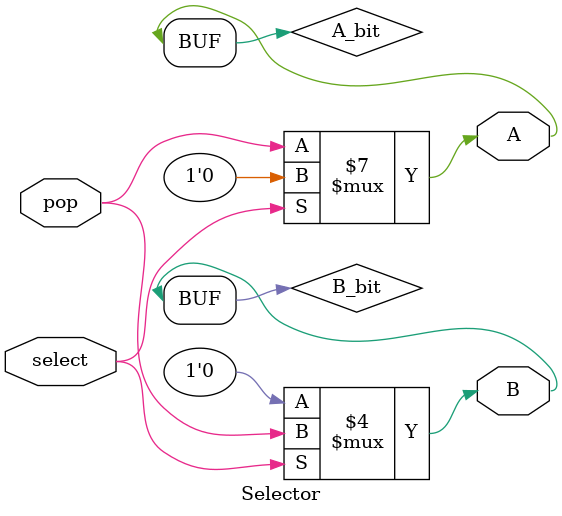
<source format=sv>
module Selector
(
	input select,
	input pop,
	
	output A,
	output B
);

bit A_bit;
bit B_bit;

always_comb begin

	if(select == 1'b0) begin
		A_bit <= pop;
		B_bit <= 1'b0;
	end
	
	else begin
		B_bit <= pop;
		A_bit <= 1'b0;
	end

end

assign A = A_bit;
assign B = B_bit;

endmodule

</source>
